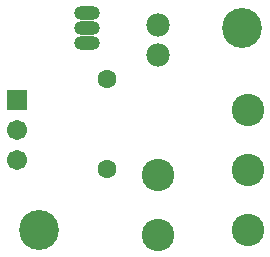
<source format=gbs>
%FSLAX24Y24*%
%MOIN*%
G70*
G01*
G75*
G04 Layer_Color=16711935*
%ADD10R,0.0315X0.0354*%
%ADD11C,0.0200*%
%ADD12C,0.0150*%
%ADD13C,0.1000*%
%ADD14C,0.1250*%
%ADD15O,0.0787X0.0394*%
%ADD16O,0.0787X0.0394*%
%ADD17C,0.0700*%
%ADD18R,0.0591X0.0591*%
%ADD19C,0.0591*%
%ADD20C,0.0551*%
%ADD21C,0.0098*%
%ADD22C,0.0079*%
%ADD23C,0.0100*%
%ADD24R,0.0395X0.0434*%
%ADD25C,0.1080*%
%ADD26C,0.1330*%
%ADD27O,0.0867X0.0474*%
%ADD28O,0.0867X0.0474*%
%ADD29C,0.0780*%
%ADD30R,0.0671X0.0671*%
%ADD31C,0.0671*%
%ADD32C,0.0631*%
D25*
X61000Y34550D02*
D03*
Y36550D02*
D03*
Y38550D02*
D03*
X58000Y34404D02*
D03*
Y36404D02*
D03*
D26*
X54050Y34550D02*
D03*
X60800Y41300D02*
D03*
D27*
X55650Y41800D02*
D03*
Y40800D02*
D03*
D28*
Y41300D02*
D03*
D29*
X58000Y40404D02*
D03*
Y41404D02*
D03*
D30*
X53300Y38900D02*
D03*
D31*
Y37900D02*
D03*
Y36900D02*
D03*
D32*
X56300Y36600D02*
D03*
Y39600D02*
D03*
M02*

</source>
